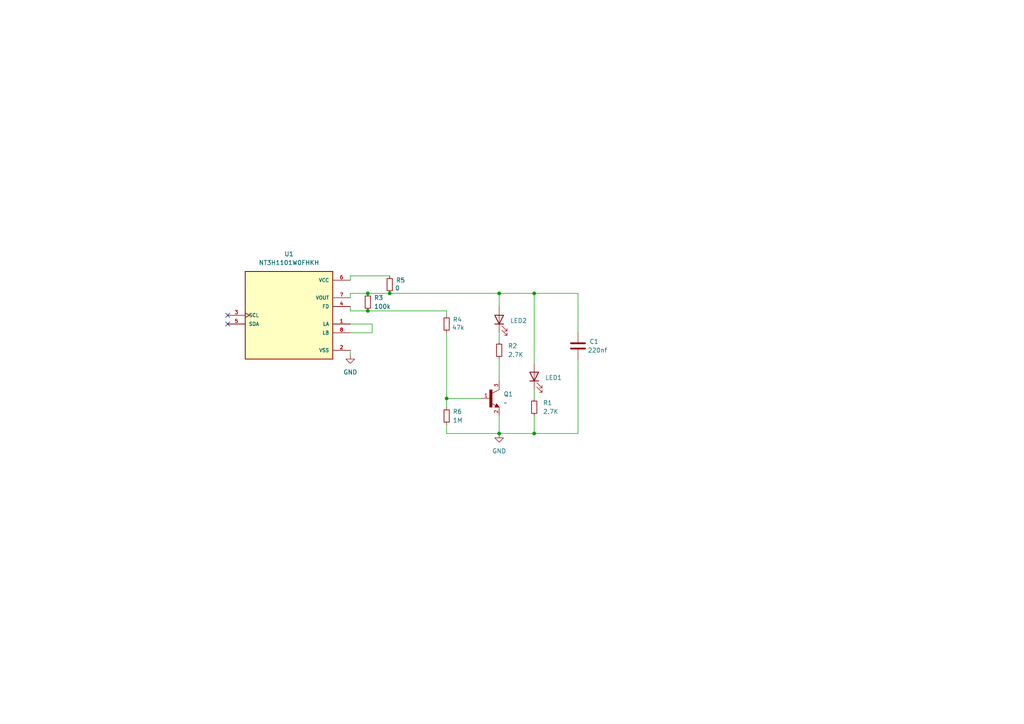
<source format=kicad_sch>
(kicad_sch (version 20231120) (generator "eeschema") (generator_version "8.0")
  (paper "A4")
  (lib_symbols
    (symbol "Device:C" (pin_numbers hide) (pin_names (offset 0.254))
      (property "Reference" "C" (at 0.635 2.54 0))
      (property "Value" "C" (at 0.635 -2.54 0))
      (symbol "C_0_1"
        (polyline (pts (xy -2.032 -0.762) (xy 2.032 -0.762)) (stroke (width 0.508)))
        (polyline (pts (xy -2.032 0.762) (xy 2.032 0.762)) (stroke (width 0.508)))
      )
      (symbol "C_1_1"
        (pin passive line (at 0 3.81 270) (length 2.794) (name "~") (number "1"))
        (pin passive line (at 0 -3.81 90) (length 2.794) (name "~") (number "2"))
      )
    )
    (symbol "Device:LED" (pin_numbers hide) (pin_names (offset 1.016) hide)
      (property "Reference" "D" (at 0 2.54 0))
      (property "Value" "LED" (at 0 -2.54 0))
      (symbol "LED_0_1"
        (polyline (pts (xy -1.27 -1.27) (xy -1.27 1.27)) (stroke (width 0.254)))
        (polyline (pts (xy -1.27 0) (xy 1.27 0)))
        (polyline (pts (xy 1.27 -1.27) (xy 1.27 1.27) (xy -1.27 0) (xy 1.27 -1.27)) (stroke (width 0.254)))
        (polyline (pts (xy -3.048 -0.762) (xy -4.572 -2.286) (xy -3.81 -2.286) (xy -4.572 -2.286) (xy -4.572 -1.524)))
        (polyline (pts (xy -1.778 -0.762) (xy -3.302 -2.286) (xy -2.54 -2.286) (xy -3.302 -2.286) (xy -3.302 -1.524)))
      )
      (symbol "LED_1_1"
        (pin passive line (at -3.81 0 0) (length 2.54) (name "K") (number "1"))
        (pin passive line (at 3.81 0 180) (length 2.54) (name "A") (number "2"))
      )
    )
    (symbol "Device:R_Small" (pin_numbers hide) (pin_names (offset 0.254) hide)
      (property "Reference" "R" (at 0.762 0.508 0))
      (property "Value" "R_Small" (at 0.762 -1.016 0))
      (symbol "R_Small_0_1"
        (rectangle (start -0.762 1.778) (end 0.762 -1.778) (stroke (width 0.2032)))
      )
      (symbol "R_Small_1_1"
        (pin passive line (at 0 2.54 270) (length 0.762) (name "~") (number "1"))
        (pin passive line (at 0 -2.54 90) (length 0.762) (name "~") (number "2"))
      )
    )
    (symbol "NT3H1101W0FHKH:NT3H1101W0FHKH" (pin_names (offset 1.016))
      (property "Reference" "U" (at -12.7 13.462 0))
      (property "Value" "NT3H1101W0FHKH" (at -12.7 -15.24 0))
      (symbol "NT3H1101W0FHKH_0_0"
        (rectangle (start -12.7 -12.7) (end 12.7 12.7) (stroke (width 0.254)) (fill (type background)))
        (pin bidirectional line (at 17.78 -2.54 180) (length 5.08) (name "LA") (number "1"))
        (pin power_in line (at 17.78 -10.16 180) (length 5.08) (name "VSS") (number "2"))
        (pin input clock (at -17.78 0 0) (length 5.08) (name "SCL") (number "3"))
        (pin output line (at 17.78 2.54 180) (length 5.08) (name "FD") (number "4"))
        (pin bidirectional line (at -17.78 -2.54 0) (length 5.08) (name "SDA") (number "5"))
        (pin power_in line (at 17.78 10.16 180) (length 5.08) (name "VCC") (number "6"))
        (pin output line (at 17.78 5.08 180) (length 5.08) (name "VOUT") (number "7"))
        (pin bidirectional line (at 17.78 -5.08 180) (length 5.08) (name "LB") (number "8"))
      )
    )
    (symbol "PMBT3904_215:PMBT3904_215" (pin_names (offset 1.016))
      (property "Reference" "Q" (at 3.81 1.27 0))
      (property "Value" "PMBT3904_215" (at 3.81 -1.27 0))
      (symbol "PMBT3904_215_0_0"
        (rectangle (start -0.254 -2.54) (end 0.508 2.54) (stroke (width 0.1)) (fill (type outline)))
        (polyline (pts (xy 1.54 -2.04) (xy 0.308 -1.424)) (stroke (width 0.1524)))
        (polyline (pts (xy 2.54 2.54) (xy 0.508 1.524)) (stroke (width 0.1524)))
        (polyline (pts (xy 1.27 -2.54) (xy 1.778 -1.524) (xy 2.54 -2.54) (xy 1.27 -2.54)) (stroke (width 0.1524)) (fill (type outline)))
        (pin passive line (at -2.54 0 0) (length 2.54) (name "~") (number "1"))
        (pin passive line (at 2.54 -5.08 90) (length 2.54) (name "~") (number "2"))
        (pin passive line (at 2.54 5.08 270) (length 2.54) (name "~") (number "3"))
      )
    )
    (symbol "power:GND" (power) (pin_names (offset 0))
      (property "Value" "GND" (at 0 -3.81 0))
      (symbol "GND_0_1"
        (polyline (pts (xy 0 0) (xy 0 -1.27) (xy 1.27 -1.27) (xy 0 -2.54) (xy -1.27 -1.27) (xy 0 -1.27)))
      )
      (symbol "GND_1_1"
        (pin power_in line (at 0 0 270) (length 0) hide (name "GND") (number "1"))
      )
    )
  )
  (junction (at 106.68 90.17))
  (junction (at 144.78 125.73))
  (junction (at 144.78 85.09))
  (junction (at 154.94 125.73))
  (junction (at 113.03 85.09))
  (junction (at 154.94 85.09))
  (junction (at 129.54 115.57))
  (junction (at 106.68 85.09))
  (no_connect (at 66.04 93.98))
  (no_connect (at 66.04 91.44))
  (wire (pts (xy 154.94 85.09) (xy 154.94 105.41)))
  (wire (pts (xy 107.95 93.98) (xy 101.6 93.98)))
  (wire (pts (xy 106.68 90.17) (xy 101.6 90.17)))
  (wire (pts (xy 154.94 113.03) (xy 154.94 115.57)))
  (wire (pts (xy 101.6 101.6) (xy 101.6 102.87)))
  (wire (pts (xy 144.78 104.14) (xy 144.78 110.49)))
  (wire (pts (xy 167.64 85.09) (xy 167.64 96.52)))
  (wire (pts (xy 101.6 80.01) (xy 113.03 80.01)))
  (wire (pts (xy 113.03 85.09) (xy 144.78 85.09)))
  (wire (pts (xy 129.54 125.73) (xy 129.54 123.19)))
  (wire (pts (xy 107.95 93.98) (xy 107.95 96.52)))
  (wire (pts (xy 144.78 96.52) (xy 144.78 99.06)))
  (wire (pts (xy 129.54 90.17) (xy 129.54 91.44)))
  (wire (pts (xy 101.6 85.09) (xy 101.6 86.36)))
  (wire (pts (xy 106.68 85.09) (xy 113.03 85.09)))
  (wire (pts (xy 129.54 115.57) (xy 139.7 115.57)))
  (wire (pts (xy 144.78 120.65) (xy 144.78 125.73)))
  (wire (pts (xy 144.78 85.09) (xy 154.94 85.09)))
  (wire (pts (xy 101.6 81.28) (xy 101.6 80.01)))
  (wire (pts (xy 167.64 104.14) (xy 167.64 125.73)))
  (wire (pts (xy 129.54 90.17) (xy 106.68 90.17)))
  (wire (pts (xy 107.95 96.52) (xy 101.6 96.52)))
  (wire (pts (xy 129.54 115.57) (xy 129.54 118.11)))
  (wire (pts (xy 144.78 85.09) (xy 144.78 88.9)))
  (wire (pts (xy 154.94 125.73) (xy 167.64 125.73)))
  (wire (pts (xy 101.6 85.09) (xy 106.68 85.09)))
  (wire (pts (xy 101.6 90.17) (xy 101.6 88.9)))
  (wire (pts (xy 154.94 85.09) (xy 167.64 85.09)))
  (wire (pts (xy 154.94 120.65) (xy 154.94 125.73)))
  (wire (pts (xy 129.54 125.73) (xy 144.78 125.73)))
  (wire (pts (xy 144.78 125.73) (xy 154.94 125.73)))
  (wire (pts (xy 129.54 115.57) (xy 129.54 96.52)))
  (symbol (lib_id "power:GND") (at 101.6 102.87 0) (unit 1)
    (property "Reference" "#PWR01" (effects (hide yes)))
    (property "Value" "GND" (at 101.6 107.95 0))
  )
  (symbol (lib_id "PMBT3904_215:PMBT3904_215") (at 142.24 115.57 0) (unit 1)
    (property "Reference" "Q1" (at 146.05 114.2999 0) (effects (justify left)))
    (property "Value" "~" (at 146.05 116.8399 0) (effects (justify left)))
    (property "Footprint" "PMBT3904:TRANS_PMBT3904_215" (effects (hide yes)))
    (property "MF" "Nexperia USA Inc." (effects (hide yes)))
    (property "Description_1" "Bipolar (BJT) Transistor NPN 40 V 200 mA 300MHz 250 mW Surface Mount TO-236AB" (effects (hide yes)))
    (property "Package" "SOT23-3 Nexperia USA Inc." (effects (hide yes)))
    (property "Price" "None" (effects (hide yes)))
    (property "MP" "PMBT3904,215" (effects (hide yes)))
    (property "Availability" "In Stock" (effects (hide yes)))
    (property "Purchase-URL" "https://pricing.snapeda.com/search/part/PMBT3904,215/?ref=eda" (effects (hide yes)))
  )
  (symbol (lib_id "Device:R_Small") (at 129.54 93.98 0) (unit 1)
    (property "Reference" "R4" (at 131.318 92.71 0) (effects (justify left)))
    (property "Value" "47k" (at 131.064 94.996 0) (effects (justify left)))
    (property "Footprint" "Resistor_SMD:R_0402_1005Metric" (effects (hide yes)))
  )
  (symbol (lib_id "Device:C") (at 167.64 100.33 0) (unit 1)
    (property "Reference" "C1" (at 170.942 99.06 0) (effects (justify left)))
    (property "Value" "220nf" (at 170.434 101.6 0) (effects (justify left)))
    (property "Footprint" "Capacitor_SMD:C_0402_1005Metric" (effects (hide yes)))
  )
  (symbol (lib_id "NT3H1101W0FHKH:NT3H1101W0FHKH") (at 83.82 91.44 0) (unit 1)
    (property "Reference" "U1" (at 83.82 73.66 0))
    (property "Value" "NT3H1101W0FHKH" (at 83.82 76.2 0))
    (property "Footprint" "NT3H1101:IC_NT3H1101W0FHKH" (effects (hide yes)))
    (property "MANUFACTURER" "NXP" (effects (hide yes)))
    (property "SNAPEDA_PACKAGE_ID" "7291" (effects (hide yes)))
    (property "STANDARD" "Manufacturer Recommendations" (effects (hide yes)))
    (property "PARTREV" "3.3" (effects (hide yes)))
    (property "MAXIMUM_PACKAGE_HEIGHT" "0.5mm" (effects (hide yes)))
  )
  (symbol (lib_id "Device:R_Small") (at 154.94 118.11 0) (unit 1)
    (property "Reference" "R1" (at 157.48 116.8399 0) (effects (justify left)))
    (property "Value" "2.7K" (at 157.48 119.3799 0) (effects (justify left)))
    (property "Footprint" "Resistor_SMD:R_0402_1005Metric" (effects (hide yes)))
  )
  (symbol (lib_id "Device:R_Small") (at 129.54 120.65 0) (unit 1)
    (property "Reference" "R6" (at 131.318 119.38 0) (effects (justify left)))
    (property "Value" "1M" (at 131.318 121.92 0) (effects (justify left)))
    (property "Footprint" "Resistor_SMD:R_0402_1005Metric" (effects (hide yes)))
  )
  (symbol (lib_id "Device:R_Small") (at 106.68 87.63 0) (unit 1)
    (property "Reference" "R3" (at 108.458 86.36 0) (effects (justify left)))
    (property "Value" "100k" (at 108.458 88.9 0) (effects (justify left)))
    (property "Footprint" "Resistor_SMD:R_0402_1005Metric" (effects (hide yes)))
  )
  (symbol (lib_id "power:GND") (at 144.78 125.73 0) (unit 1)
    (property "Reference" "#PWR02" (effects (hide yes)))
    (property "Value" "GND" (at 144.78 130.81 0))
  )
  (symbol (lib_id "Device:LED") (at 154.94 109.22 90) (unit 1)
    (property "Reference" "LED1" (at 158.115 109.5374 90) (effects (justify right)))
    (property "Value" "LED" (effects (hide yes)))
    (property "Footprint" "LED_SMD:LED_0402_1005Metric" (effects (hide yes)))
  )
  (symbol (lib_id "Device:LED") (at 144.78 92.71 90) (unit 1)
    (property "Reference" "LED2" (at 147.955 93.0274 90) (effects (justify right)))
    (property "Value" "LED" (effects (hide yes)))
    (property "Footprint" "LED_SMD:LED_0402_1005Metric" (effects (hide yes)))
  )
  (symbol (lib_id "Device:R_Small") (at 113.03 82.55 0) (unit 1)
    (property "Reference" "R5" (at 114.808 81.28 0) (effects (justify left)))
    (property "Value" "0" (at 114.554 83.566 0) (effects (justify left)))
    (property "Footprint" "Resistor_SMD:R_0402_1005Metric" (effects (hide yes)))
  )
  (symbol (lib_id "Device:R_Small") (at 144.78 101.6 0) (unit 1)
    (property "Reference" "R2" (at 147.32 100.3299 0) (effects (justify left)))
    (property "Value" "2.7K" (at 147.32 102.8699 0) (effects (justify left)))
    (property "Footprint" "Resistor_SMD:R_0402_1005Metric" (effects (hide yes)))
  )
)
</source>
